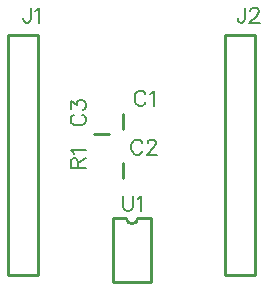
<source format=gto>
G04 DipTrace 3.1.0.1*
G04 09342-3_miskovichk_giordanom_0_1.gto*
%MOIN*%
G04 #@! TF.FileFunction,Legend,Top*
G04 #@! TF.Part,Single*
%ADD10C,0.009843*%
%ADD39C,0.00772*%
%FSLAX26Y26*%
G04*
G70*
G90*
G75*
G01*
G04 TopSilk*
%LPD*%
X840140Y968429D2*
D10*
Y1019571D1*
Y805929D2*
Y857071D1*
X794571Y952640D2*
X743429D1*
X556502Y1281463D2*
X456500D1*
Y481537D1*
X556502D1*
Y1281463D1*
X1281502D2*
X1181500D1*
Y481537D1*
X1281502D1*
Y1281463D1*
X807691Y673233D2*
Y460633D1*
X933663Y673233D2*
Y460633D1*
X807691D2*
X933663D1*
X807691Y673233D2*
X850988D1*
X890366D2*
X933663D1*
X850988D2*
G03X890366Y673233I19689J23D01*
G01*
X915236Y1084812D2*
D39*
X912859Y1089566D1*
X908051Y1094374D1*
X903297Y1096751D1*
X893736D1*
X888927Y1094374D1*
X884174Y1089566D1*
X881742Y1084812D1*
X879366Y1077627D1*
Y1065634D1*
X881742Y1058504D1*
X884174Y1053696D1*
X888927Y1048942D1*
X893736Y1046511D1*
X903297D1*
X908051Y1048942D1*
X912859Y1053696D1*
X915236Y1058504D1*
X930675Y1087134D2*
X935483Y1089566D1*
X942668Y1096695D1*
Y1046511D1*
X904486Y922312D2*
X902109Y927066D1*
X897301Y931874D1*
X892548Y934251D1*
X882986D1*
X878177Y931874D1*
X873424Y927066D1*
X870992Y922312D1*
X868616Y915127D1*
Y903134D1*
X870992Y896004D1*
X873424Y891196D1*
X878177Y886442D1*
X882986Y884011D1*
X892548D1*
X897301Y886442D1*
X902109Y891196D1*
X904486Y896004D1*
X922357Y922257D2*
Y924634D1*
X924733Y929442D1*
X927110Y931819D1*
X931918Y934195D1*
X941480D1*
X946233Y931819D1*
X948610Y929442D1*
X951042Y924634D1*
Y919881D1*
X948610Y915072D1*
X943857Y907942D1*
X919925Y884011D1*
X953418D1*
X678188Y1016986D2*
X673434Y1014609D1*
X668626Y1009801D1*
X666249Y1005048D1*
Y995486D1*
X668626Y990678D1*
X673434Y985924D1*
X678188Y983493D1*
X685373Y981116D1*
X697366D1*
X704496Y983493D1*
X709304Y985924D1*
X714058Y990678D1*
X716489Y995486D1*
Y1005048D1*
X714058Y1009801D1*
X709304Y1014609D1*
X704496Y1016986D1*
X666305Y1037234D2*
Y1063487D1*
X685428Y1049172D1*
Y1056357D1*
X687805Y1061110D1*
X690181Y1063486D1*
X697366Y1065918D1*
X702119D1*
X709304Y1063486D1*
X714113Y1058733D1*
X716489Y1051548D1*
Y1044363D1*
X714113Y1037233D1*
X711681Y1034857D1*
X706928Y1032425D1*
X532210Y1373621D2*
Y1335374D1*
X529834Y1328189D1*
X527402Y1325813D1*
X522648Y1323381D1*
X517840D1*
X513087Y1325813D1*
X510710Y1328189D1*
X508278Y1335374D1*
Y1340127D1*
X547649Y1364004D2*
X552458Y1366436D1*
X559643Y1373565D1*
Y1323381D1*
X1246460Y1373621D2*
Y1335374D1*
X1244084Y1328189D1*
X1241652Y1325813D1*
X1236899Y1323381D1*
X1232090D1*
X1227337Y1325813D1*
X1224960Y1328189D1*
X1222528Y1335374D1*
Y1340127D1*
X1264331Y1361627D2*
Y1364004D1*
X1266708Y1368812D1*
X1269084Y1371189D1*
X1273893Y1373565D1*
X1283455D1*
X1288208Y1371189D1*
X1290584Y1368812D1*
X1293016Y1364004D1*
Y1359251D1*
X1290584Y1354442D1*
X1285831Y1347312D1*
X1261899Y1323381D1*
X1295393D1*
X690181Y838636D2*
Y860135D1*
X687749Y867320D1*
X685373Y869752D1*
X680620Y872129D1*
X675811D1*
X671058Y869752D1*
X668626Y867320D1*
X666249Y860135D1*
Y838636D1*
X716489D1*
X690181Y855382D2*
X716489Y872129D1*
X675866Y887568D2*
X673434Y892376D1*
X666305Y899562D1*
X716489Y899561D1*
X840214Y746456D2*
Y710586D1*
X842591Y703401D1*
X847399Y698648D1*
X854584Y696216D1*
X859337D1*
X866522Y698648D1*
X871331Y703401D1*
X873707Y710586D1*
Y746456D1*
X889147Y736839D2*
X893955Y739271D1*
X901140Y746401D1*
Y696216D1*
M02*

</source>
